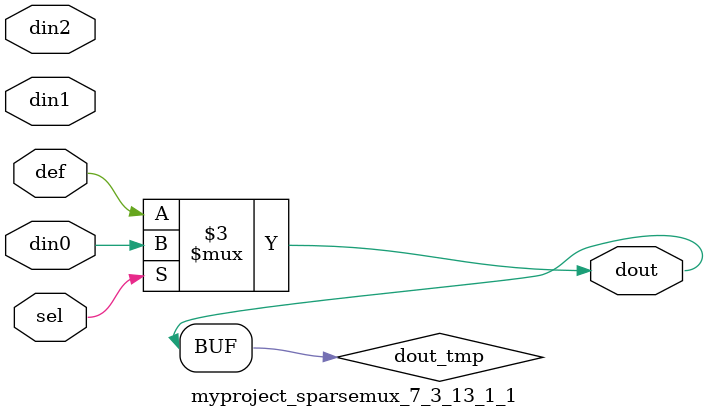
<source format=v>
`timescale 1ns / 1ps

module myproject_sparsemux_7_3_13_1_1 (din0,din1,din2,def,sel,dout);

parameter din0_WIDTH = 1;

parameter din1_WIDTH = 1;

parameter din2_WIDTH = 1;

parameter def_WIDTH = 1;
parameter sel_WIDTH = 1;
parameter dout_WIDTH = 1;

parameter [sel_WIDTH-1:0] CASE0 = 1;

parameter [sel_WIDTH-1:0] CASE1 = 1;

parameter [sel_WIDTH-1:0] CASE2 = 1;

parameter ID = 1;
parameter NUM_STAGE = 1;



input [din0_WIDTH-1:0] din0;

input [din1_WIDTH-1:0] din1;

input [din2_WIDTH-1:0] din2;

input [def_WIDTH-1:0] def;
input [sel_WIDTH-1:0] sel;

output [dout_WIDTH-1:0] dout;



reg [dout_WIDTH-1:0] dout_tmp;

always @ (*) begin
case (sel)
    
    CASE0 : dout_tmp = din0;
    
    CASE1 : dout_tmp = din1;
    
    CASE2 : dout_tmp = din2;
    
    default : dout_tmp = def;
endcase
end


assign dout = dout_tmp;



endmodule

</source>
